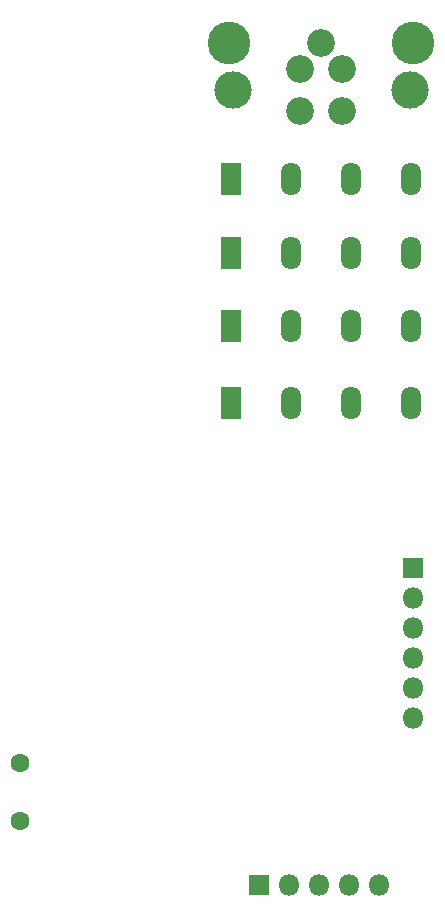
<source format=gbs>
G04 #@! TF.GenerationSoftware,KiCad,Pcbnew,5.0.0-rc3+dfsg1-2*
G04 #@! TF.CreationDate,2018-07-16T20:12:42-06:00*
G04 #@! TF.ProjectId,mystat,6D79737461742E6B696361645F706362,1*
G04 #@! TF.SameCoordinates,Original*
G04 #@! TF.FileFunction,Soldermask,Bot*
G04 #@! TF.FilePolarity,Negative*
%FSLAX46Y46*%
G04 Gerber Fmt 4.6, Leading zero omitted, Abs format (unit mm)*
G04 Created by KiCad (PCBNEW 5.0.0-rc3+dfsg1-2) date Mon Jul 16 20:12:42 2018*
%MOMM*%
%LPD*%
G01*
G04 APERTURE LIST*
%ADD10O,1.701600X2.801600*%
%ADD11R,1.701600X2.801600*%
%ADD12O,1.801600X1.801600*%
%ADD13R,1.801600X1.801600*%
%ADD14C,2.351600*%
%ADD15C,3.601600*%
%ADD16C,3.151600*%
%ADD17C,1.601600*%
G04 APERTURE END LIST*
D10*
G04 #@! TO.C,K1*
X97580000Y-66500000D03*
X92500000Y-66500000D03*
X87420000Y-66500000D03*
D11*
X82340000Y-66500000D03*
G04 #@! TD*
D10*
G04 #@! TO.C,K2*
X97580000Y-79000000D03*
X92500000Y-79000000D03*
X87420000Y-79000000D03*
D11*
X82340000Y-79000000D03*
G04 #@! TD*
D10*
G04 #@! TO.C,K3*
X97580000Y-85500000D03*
X92500000Y-85500000D03*
X87420000Y-85500000D03*
D11*
X82340000Y-85500000D03*
G04 #@! TD*
D10*
G04 #@! TO.C,K4*
X97580000Y-72750000D03*
X92500000Y-72750000D03*
X87420000Y-72750000D03*
D11*
X82340000Y-72750000D03*
G04 #@! TD*
D12*
G04 #@! TO.C,P1*
X94910000Y-126250000D03*
X92370000Y-126250000D03*
X89830000Y-126250000D03*
X87290000Y-126250000D03*
D13*
X84750000Y-126250000D03*
G04 #@! TD*
D14*
G04 #@! TO.C,P2*
X90000000Y-55000000D03*
D15*
X97770000Y-55000000D03*
X82230000Y-55000000D03*
D16*
X82500000Y-59000000D03*
X97500000Y-59000000D03*
D14*
X91770000Y-57230000D03*
X88230000Y-57230000D03*
X88230000Y-60770000D03*
X91770000Y-60770000D03*
G04 #@! TD*
D12*
G04 #@! TO.C,P3*
X97750000Y-112160000D03*
X97750000Y-109620000D03*
X97750000Y-107080000D03*
X97750000Y-104540000D03*
X97750000Y-102000000D03*
D13*
X97750000Y-99460000D03*
G04 #@! TD*
D17*
G04 #@! TO.C,X1*
X64500000Y-120880000D03*
X64500000Y-116000000D03*
G04 #@! TD*
M02*

</source>
